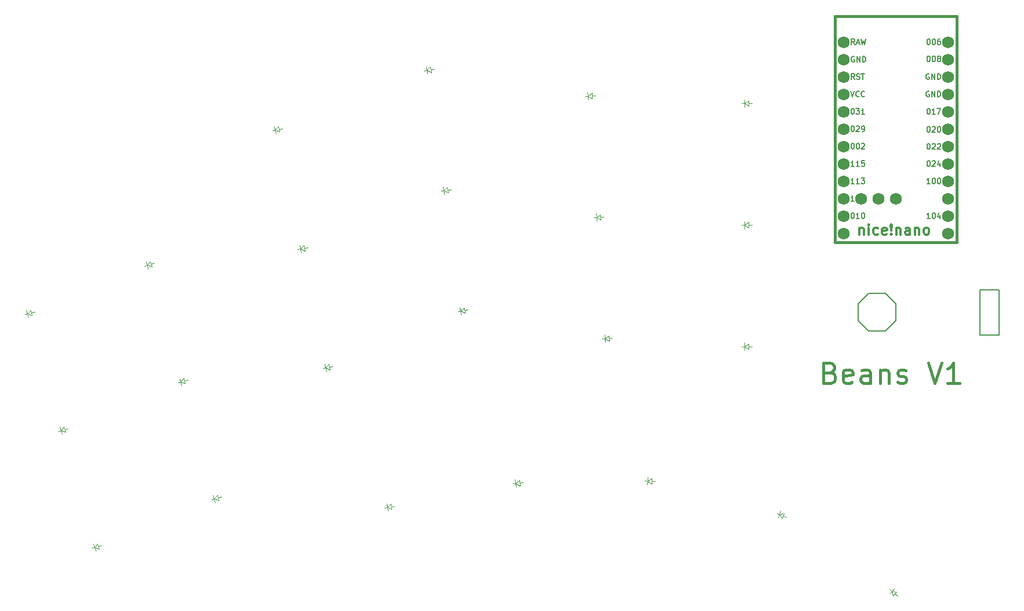
<source format=gbr>
%TF.GenerationSoftware,KiCad,Pcbnew,8.0.4*%
%TF.CreationDate,2024-08-02T12:22:31+01:00*%
%TF.ProjectId,left,6c656674-2e6b-4696-9361-645f70636258,v1.0.0*%
%TF.SameCoordinates,Original*%
%TF.FileFunction,Legend,Top*%
%TF.FilePolarity,Positive*%
%FSLAX46Y46*%
G04 Gerber Fmt 4.6, Leading zero omitted, Abs format (unit mm)*
G04 Created by KiCad (PCBNEW 8.0.4) date 2024-08-02 12:22:31*
%MOMM*%
%LPD*%
G01*
G04 APERTURE LIST*
%ADD10C,0.400000*%
%ADD11C,0.150000*%
%ADD12C,0.300000*%
%ADD13C,0.100000*%
%ADD14C,0.381000*%
%ADD15C,1.752600*%
G04 APERTURE END LIST*
D10*
X239751090Y-144597765D02*
X240179662Y-144740622D01*
X240179662Y-144740622D02*
X240322519Y-144883479D01*
X240322519Y-144883479D02*
X240465376Y-145169194D01*
X240465376Y-145169194D02*
X240465376Y-145597765D01*
X240465376Y-145597765D02*
X240322519Y-145883479D01*
X240322519Y-145883479D02*
X240179662Y-146026337D01*
X240179662Y-146026337D02*
X239893947Y-146169194D01*
X239893947Y-146169194D02*
X238751090Y-146169194D01*
X238751090Y-146169194D02*
X238751090Y-143169194D01*
X238751090Y-143169194D02*
X239751090Y-143169194D01*
X239751090Y-143169194D02*
X240036805Y-143312051D01*
X240036805Y-143312051D02*
X240179662Y-143454908D01*
X240179662Y-143454908D02*
X240322519Y-143740622D01*
X240322519Y-143740622D02*
X240322519Y-144026337D01*
X240322519Y-144026337D02*
X240179662Y-144312051D01*
X240179662Y-144312051D02*
X240036805Y-144454908D01*
X240036805Y-144454908D02*
X239751090Y-144597765D01*
X239751090Y-144597765D02*
X238751090Y-144597765D01*
X242893947Y-146026337D02*
X242608233Y-146169194D01*
X242608233Y-146169194D02*
X242036805Y-146169194D01*
X242036805Y-146169194D02*
X241751090Y-146026337D01*
X241751090Y-146026337D02*
X241608233Y-145740622D01*
X241608233Y-145740622D02*
X241608233Y-144597765D01*
X241608233Y-144597765D02*
X241751090Y-144312051D01*
X241751090Y-144312051D02*
X242036805Y-144169194D01*
X242036805Y-144169194D02*
X242608233Y-144169194D01*
X242608233Y-144169194D02*
X242893947Y-144312051D01*
X242893947Y-144312051D02*
X243036805Y-144597765D01*
X243036805Y-144597765D02*
X243036805Y-144883479D01*
X243036805Y-144883479D02*
X241608233Y-145169194D01*
X245608234Y-146169194D02*
X245608234Y-144597765D01*
X245608234Y-144597765D02*
X245465376Y-144312051D01*
X245465376Y-144312051D02*
X245179662Y-144169194D01*
X245179662Y-144169194D02*
X244608234Y-144169194D01*
X244608234Y-144169194D02*
X244322519Y-144312051D01*
X245608234Y-146026337D02*
X245322519Y-146169194D01*
X245322519Y-146169194D02*
X244608234Y-146169194D01*
X244608234Y-146169194D02*
X244322519Y-146026337D01*
X244322519Y-146026337D02*
X244179662Y-145740622D01*
X244179662Y-145740622D02*
X244179662Y-145454908D01*
X244179662Y-145454908D02*
X244322519Y-145169194D01*
X244322519Y-145169194D02*
X244608234Y-145026337D01*
X244608234Y-145026337D02*
X245322519Y-145026337D01*
X245322519Y-145026337D02*
X245608234Y-144883479D01*
X247036805Y-144169194D02*
X247036805Y-146169194D01*
X247036805Y-144454908D02*
X247179662Y-144312051D01*
X247179662Y-144312051D02*
X247465377Y-144169194D01*
X247465377Y-144169194D02*
X247893948Y-144169194D01*
X247893948Y-144169194D02*
X248179662Y-144312051D01*
X248179662Y-144312051D02*
X248322520Y-144597765D01*
X248322520Y-144597765D02*
X248322520Y-146169194D01*
X249608234Y-146026337D02*
X249893948Y-146169194D01*
X249893948Y-146169194D02*
X250465377Y-146169194D01*
X250465377Y-146169194D02*
X250751091Y-146026337D01*
X250751091Y-146026337D02*
X250893948Y-145740622D01*
X250893948Y-145740622D02*
X250893948Y-145597765D01*
X250893948Y-145597765D02*
X250751091Y-145312051D01*
X250751091Y-145312051D02*
X250465377Y-145169194D01*
X250465377Y-145169194D02*
X250036806Y-145169194D01*
X250036806Y-145169194D02*
X249751091Y-145026337D01*
X249751091Y-145026337D02*
X249608234Y-144740622D01*
X249608234Y-144740622D02*
X249608234Y-144597765D01*
X249608234Y-144597765D02*
X249751091Y-144312051D01*
X249751091Y-144312051D02*
X250036806Y-144169194D01*
X250036806Y-144169194D02*
X250465377Y-144169194D01*
X250465377Y-144169194D02*
X250751091Y-144312051D01*
X254036805Y-143169194D02*
X255036805Y-146169194D01*
X255036805Y-146169194D02*
X256036805Y-143169194D01*
X258608234Y-146169194D02*
X256893948Y-146169194D01*
X257751091Y-146169194D02*
X257751091Y-143169194D01*
X257751091Y-143169194D02*
X257465377Y-143597765D01*
X257465377Y-143597765D02*
X257179662Y-143883479D01*
X257179662Y-143883479D02*
X256893948Y-144026337D01*
D11*
X243297561Y-96694432D02*
X243030894Y-96313479D01*
X242840418Y-96694432D02*
X242840418Y-95894432D01*
X242840418Y-95894432D02*
X243145180Y-95894432D01*
X243145180Y-95894432D02*
X243221370Y-95932527D01*
X243221370Y-95932527D02*
X243259465Y-95970622D01*
X243259465Y-95970622D02*
X243297561Y-96046813D01*
X243297561Y-96046813D02*
X243297561Y-96161098D01*
X243297561Y-96161098D02*
X243259465Y-96237289D01*
X243259465Y-96237289D02*
X243221370Y-96275384D01*
X243221370Y-96275384D02*
X243145180Y-96313479D01*
X243145180Y-96313479D02*
X242840418Y-96313479D01*
X243602322Y-96465860D02*
X243983275Y-96465860D01*
X243526132Y-96694432D02*
X243792799Y-95894432D01*
X243792799Y-95894432D02*
X244059465Y-96694432D01*
X244249941Y-95894432D02*
X244440417Y-96694432D01*
X244440417Y-96694432D02*
X244592798Y-96123003D01*
X244592798Y-96123003D02*
X244745179Y-96694432D01*
X244745179Y-96694432D02*
X244935656Y-95894432D01*
X243259466Y-98472523D02*
X243183276Y-98434428D01*
X243183276Y-98434428D02*
X243068990Y-98434428D01*
X243068990Y-98434428D02*
X242954704Y-98472523D01*
X242954704Y-98472523D02*
X242878514Y-98548713D01*
X242878514Y-98548713D02*
X242840419Y-98624904D01*
X242840419Y-98624904D02*
X242802323Y-98777285D01*
X242802323Y-98777285D02*
X242802323Y-98891571D01*
X242802323Y-98891571D02*
X242840419Y-99043952D01*
X242840419Y-99043952D02*
X242878514Y-99120142D01*
X242878514Y-99120142D02*
X242954704Y-99196333D01*
X242954704Y-99196333D02*
X243068990Y-99234428D01*
X243068990Y-99234428D02*
X243145181Y-99234428D01*
X243145181Y-99234428D02*
X243259466Y-99196333D01*
X243259466Y-99196333D02*
X243297562Y-99158237D01*
X243297562Y-99158237D02*
X243297562Y-98891571D01*
X243297562Y-98891571D02*
X243145181Y-98891571D01*
X243640419Y-99234428D02*
X243640419Y-98434428D01*
X243640419Y-98434428D02*
X244097562Y-99234428D01*
X244097562Y-99234428D02*
X244097562Y-98434428D01*
X244478514Y-99234428D02*
X244478514Y-98434428D01*
X244478514Y-98434428D02*
X244668990Y-98434428D01*
X244668990Y-98434428D02*
X244783276Y-98472523D01*
X244783276Y-98472523D02*
X244859466Y-98548713D01*
X244859466Y-98548713D02*
X244897561Y-98624904D01*
X244897561Y-98624904D02*
X244935657Y-98777285D01*
X244935657Y-98777285D02*
X244935657Y-98891571D01*
X244935657Y-98891571D02*
X244897561Y-99043952D01*
X244897561Y-99043952D02*
X244859466Y-99120142D01*
X244859466Y-99120142D02*
X244783276Y-99196333D01*
X244783276Y-99196333D02*
X244668990Y-99234428D01*
X244668990Y-99234428D02*
X244478514Y-99234428D01*
X243297559Y-101774429D02*
X243030892Y-101393476D01*
X242840416Y-101774429D02*
X242840416Y-100974429D01*
X242840416Y-100974429D02*
X243145178Y-100974429D01*
X243145178Y-100974429D02*
X243221368Y-101012524D01*
X243221368Y-101012524D02*
X243259463Y-101050619D01*
X243259463Y-101050619D02*
X243297559Y-101126810D01*
X243297559Y-101126810D02*
X243297559Y-101241095D01*
X243297559Y-101241095D02*
X243259463Y-101317286D01*
X243259463Y-101317286D02*
X243221368Y-101355381D01*
X243221368Y-101355381D02*
X243145178Y-101393476D01*
X243145178Y-101393476D02*
X242840416Y-101393476D01*
X243602320Y-101736334D02*
X243716606Y-101774429D01*
X243716606Y-101774429D02*
X243907082Y-101774429D01*
X243907082Y-101774429D02*
X243983273Y-101736334D01*
X243983273Y-101736334D02*
X244021368Y-101698238D01*
X244021368Y-101698238D02*
X244059463Y-101622048D01*
X244059463Y-101622048D02*
X244059463Y-101545857D01*
X244059463Y-101545857D02*
X244021368Y-101469667D01*
X244021368Y-101469667D02*
X243983273Y-101431572D01*
X243983273Y-101431572D02*
X243907082Y-101393476D01*
X243907082Y-101393476D02*
X243754701Y-101355381D01*
X243754701Y-101355381D02*
X243678511Y-101317286D01*
X243678511Y-101317286D02*
X243640416Y-101279191D01*
X243640416Y-101279191D02*
X243602320Y-101203000D01*
X243602320Y-101203000D02*
X243602320Y-101126810D01*
X243602320Y-101126810D02*
X243640416Y-101050619D01*
X243640416Y-101050619D02*
X243678511Y-101012524D01*
X243678511Y-101012524D02*
X243754701Y-100974429D01*
X243754701Y-100974429D02*
X243945178Y-100974429D01*
X243945178Y-100974429D02*
X244059463Y-101012524D01*
X244288035Y-100974429D02*
X244745178Y-100974429D01*
X244516606Y-101774429D02*
X244516606Y-100974429D01*
X242719797Y-103514429D02*
X242986464Y-104314429D01*
X242986464Y-104314429D02*
X243253130Y-103514429D01*
X243976940Y-104238238D02*
X243938844Y-104276334D01*
X243938844Y-104276334D02*
X243824559Y-104314429D01*
X243824559Y-104314429D02*
X243748368Y-104314429D01*
X243748368Y-104314429D02*
X243634082Y-104276334D01*
X243634082Y-104276334D02*
X243557892Y-104200143D01*
X243557892Y-104200143D02*
X243519797Y-104123953D01*
X243519797Y-104123953D02*
X243481701Y-103971572D01*
X243481701Y-103971572D02*
X243481701Y-103857286D01*
X243481701Y-103857286D02*
X243519797Y-103704905D01*
X243519797Y-103704905D02*
X243557892Y-103628714D01*
X243557892Y-103628714D02*
X243634082Y-103552524D01*
X243634082Y-103552524D02*
X243748368Y-103514429D01*
X243748368Y-103514429D02*
X243824559Y-103514429D01*
X243824559Y-103514429D02*
X243938844Y-103552524D01*
X243938844Y-103552524D02*
X243976940Y-103590619D01*
X244776940Y-104238238D02*
X244738844Y-104276334D01*
X244738844Y-104276334D02*
X244624559Y-104314429D01*
X244624559Y-104314429D02*
X244548368Y-104314429D01*
X244548368Y-104314429D02*
X244434082Y-104276334D01*
X244434082Y-104276334D02*
X244357892Y-104200143D01*
X244357892Y-104200143D02*
X244319797Y-104123953D01*
X244319797Y-104123953D02*
X244281701Y-103971572D01*
X244281701Y-103971572D02*
X244281701Y-103857286D01*
X244281701Y-103857286D02*
X244319797Y-103704905D01*
X244319797Y-103704905D02*
X244357892Y-103628714D01*
X244357892Y-103628714D02*
X244434082Y-103552524D01*
X244434082Y-103552524D02*
X244548368Y-103514429D01*
X244548368Y-103514429D02*
X244624559Y-103514429D01*
X244624559Y-103514429D02*
X244738844Y-103552524D01*
X244738844Y-103552524D02*
X244776940Y-103590619D01*
X242986466Y-106054427D02*
X243062656Y-106054427D01*
X243062656Y-106054427D02*
X243138847Y-106092522D01*
X243138847Y-106092522D02*
X243176942Y-106130617D01*
X243176942Y-106130617D02*
X243215037Y-106206808D01*
X243215037Y-106206808D02*
X243253132Y-106359189D01*
X243253132Y-106359189D02*
X243253132Y-106549665D01*
X243253132Y-106549665D02*
X243215037Y-106702046D01*
X243215037Y-106702046D02*
X243176942Y-106778236D01*
X243176942Y-106778236D02*
X243138847Y-106816332D01*
X243138847Y-106816332D02*
X243062656Y-106854427D01*
X243062656Y-106854427D02*
X242986466Y-106854427D01*
X242986466Y-106854427D02*
X242910275Y-106816332D01*
X242910275Y-106816332D02*
X242872180Y-106778236D01*
X242872180Y-106778236D02*
X242834085Y-106702046D01*
X242834085Y-106702046D02*
X242795989Y-106549665D01*
X242795989Y-106549665D02*
X242795989Y-106359189D01*
X242795989Y-106359189D02*
X242834085Y-106206808D01*
X242834085Y-106206808D02*
X242872180Y-106130617D01*
X242872180Y-106130617D02*
X242910275Y-106092522D01*
X242910275Y-106092522D02*
X242986466Y-106054427D01*
X243519799Y-106054427D02*
X244015037Y-106054427D01*
X244015037Y-106054427D02*
X243748371Y-106359189D01*
X243748371Y-106359189D02*
X243862656Y-106359189D01*
X243862656Y-106359189D02*
X243938847Y-106397284D01*
X243938847Y-106397284D02*
X243976942Y-106435379D01*
X243976942Y-106435379D02*
X244015037Y-106511570D01*
X244015037Y-106511570D02*
X244015037Y-106702046D01*
X244015037Y-106702046D02*
X243976942Y-106778236D01*
X243976942Y-106778236D02*
X243938847Y-106816332D01*
X243938847Y-106816332D02*
X243862656Y-106854427D01*
X243862656Y-106854427D02*
X243634085Y-106854427D01*
X243634085Y-106854427D02*
X243557894Y-106816332D01*
X243557894Y-106816332D02*
X243519799Y-106778236D01*
X244776942Y-106854427D02*
X244319799Y-106854427D01*
X244548371Y-106854427D02*
X244548371Y-106054427D01*
X244548371Y-106054427D02*
X244472180Y-106168712D01*
X244472180Y-106168712D02*
X244395990Y-106244903D01*
X244395990Y-106244903D02*
X244319799Y-106282998D01*
X242986466Y-108594434D02*
X243062656Y-108594434D01*
X243062656Y-108594434D02*
X243138847Y-108632529D01*
X243138847Y-108632529D02*
X243176942Y-108670624D01*
X243176942Y-108670624D02*
X243215037Y-108746815D01*
X243215037Y-108746815D02*
X243253132Y-108899196D01*
X243253132Y-108899196D02*
X243253132Y-109089672D01*
X243253132Y-109089672D02*
X243215037Y-109242053D01*
X243215037Y-109242053D02*
X243176942Y-109318243D01*
X243176942Y-109318243D02*
X243138847Y-109356339D01*
X243138847Y-109356339D02*
X243062656Y-109394434D01*
X243062656Y-109394434D02*
X242986466Y-109394434D01*
X242986466Y-109394434D02*
X242910275Y-109356339D01*
X242910275Y-109356339D02*
X242872180Y-109318243D01*
X242872180Y-109318243D02*
X242834085Y-109242053D01*
X242834085Y-109242053D02*
X242795989Y-109089672D01*
X242795989Y-109089672D02*
X242795989Y-108899196D01*
X242795989Y-108899196D02*
X242834085Y-108746815D01*
X242834085Y-108746815D02*
X242872180Y-108670624D01*
X242872180Y-108670624D02*
X242910275Y-108632529D01*
X242910275Y-108632529D02*
X242986466Y-108594434D01*
X243557894Y-108670624D02*
X243595990Y-108632529D01*
X243595990Y-108632529D02*
X243672180Y-108594434D01*
X243672180Y-108594434D02*
X243862656Y-108594434D01*
X243862656Y-108594434D02*
X243938847Y-108632529D01*
X243938847Y-108632529D02*
X243976942Y-108670624D01*
X243976942Y-108670624D02*
X244015037Y-108746815D01*
X244015037Y-108746815D02*
X244015037Y-108823005D01*
X244015037Y-108823005D02*
X243976942Y-108937291D01*
X243976942Y-108937291D02*
X243519799Y-109394434D01*
X243519799Y-109394434D02*
X244015037Y-109394434D01*
X244395990Y-109394434D02*
X244548371Y-109394434D01*
X244548371Y-109394434D02*
X244624561Y-109356339D01*
X244624561Y-109356339D02*
X244662657Y-109318243D01*
X244662657Y-109318243D02*
X244738847Y-109203958D01*
X244738847Y-109203958D02*
X244776942Y-109051577D01*
X244776942Y-109051577D02*
X244776942Y-108746815D01*
X244776942Y-108746815D02*
X244738847Y-108670624D01*
X244738847Y-108670624D02*
X244700752Y-108632529D01*
X244700752Y-108632529D02*
X244624561Y-108594434D01*
X244624561Y-108594434D02*
X244472180Y-108594434D01*
X244472180Y-108594434D02*
X244395990Y-108632529D01*
X244395990Y-108632529D02*
X244357895Y-108670624D01*
X244357895Y-108670624D02*
X244319799Y-108746815D01*
X244319799Y-108746815D02*
X244319799Y-108937291D01*
X244319799Y-108937291D02*
X244357895Y-109013481D01*
X244357895Y-109013481D02*
X244395990Y-109051577D01*
X244395990Y-109051577D02*
X244472180Y-109089672D01*
X244472180Y-109089672D02*
X244624561Y-109089672D01*
X244624561Y-109089672D02*
X244700752Y-109051577D01*
X244700752Y-109051577D02*
X244738847Y-109013481D01*
X244738847Y-109013481D02*
X244776942Y-108937291D01*
X242986463Y-111134430D02*
X243062653Y-111134430D01*
X243062653Y-111134430D02*
X243138844Y-111172525D01*
X243138844Y-111172525D02*
X243176939Y-111210620D01*
X243176939Y-111210620D02*
X243215034Y-111286811D01*
X243215034Y-111286811D02*
X243253129Y-111439192D01*
X243253129Y-111439192D02*
X243253129Y-111629668D01*
X243253129Y-111629668D02*
X243215034Y-111782049D01*
X243215034Y-111782049D02*
X243176939Y-111858239D01*
X243176939Y-111858239D02*
X243138844Y-111896335D01*
X243138844Y-111896335D02*
X243062653Y-111934430D01*
X243062653Y-111934430D02*
X242986463Y-111934430D01*
X242986463Y-111934430D02*
X242910272Y-111896335D01*
X242910272Y-111896335D02*
X242872177Y-111858239D01*
X242872177Y-111858239D02*
X242834082Y-111782049D01*
X242834082Y-111782049D02*
X242795986Y-111629668D01*
X242795986Y-111629668D02*
X242795986Y-111439192D01*
X242795986Y-111439192D02*
X242834082Y-111286811D01*
X242834082Y-111286811D02*
X242872177Y-111210620D01*
X242872177Y-111210620D02*
X242910272Y-111172525D01*
X242910272Y-111172525D02*
X242986463Y-111134430D01*
X243748368Y-111134430D02*
X243824558Y-111134430D01*
X243824558Y-111134430D02*
X243900749Y-111172525D01*
X243900749Y-111172525D02*
X243938844Y-111210620D01*
X243938844Y-111210620D02*
X243976939Y-111286811D01*
X243976939Y-111286811D02*
X244015034Y-111439192D01*
X244015034Y-111439192D02*
X244015034Y-111629668D01*
X244015034Y-111629668D02*
X243976939Y-111782049D01*
X243976939Y-111782049D02*
X243938844Y-111858239D01*
X243938844Y-111858239D02*
X243900749Y-111896335D01*
X243900749Y-111896335D02*
X243824558Y-111934430D01*
X243824558Y-111934430D02*
X243748368Y-111934430D01*
X243748368Y-111934430D02*
X243672177Y-111896335D01*
X243672177Y-111896335D02*
X243634082Y-111858239D01*
X243634082Y-111858239D02*
X243595987Y-111782049D01*
X243595987Y-111782049D02*
X243557891Y-111629668D01*
X243557891Y-111629668D02*
X243557891Y-111439192D01*
X243557891Y-111439192D02*
X243595987Y-111286811D01*
X243595987Y-111286811D02*
X243634082Y-111210620D01*
X243634082Y-111210620D02*
X243672177Y-111172525D01*
X243672177Y-111172525D02*
X243748368Y-111134430D01*
X244319796Y-111210620D02*
X244357892Y-111172525D01*
X244357892Y-111172525D02*
X244434082Y-111134430D01*
X244434082Y-111134430D02*
X244624558Y-111134430D01*
X244624558Y-111134430D02*
X244700749Y-111172525D01*
X244700749Y-111172525D02*
X244738844Y-111210620D01*
X244738844Y-111210620D02*
X244776939Y-111286811D01*
X244776939Y-111286811D02*
X244776939Y-111363001D01*
X244776939Y-111363001D02*
X244738844Y-111477287D01*
X244738844Y-111477287D02*
X244281701Y-111934430D01*
X244281701Y-111934430D02*
X244776939Y-111934430D01*
X243253131Y-114474429D02*
X242795988Y-114474429D01*
X243024560Y-114474429D02*
X243024560Y-113674429D01*
X243024560Y-113674429D02*
X242948369Y-113788714D01*
X242948369Y-113788714D02*
X242872179Y-113864905D01*
X242872179Y-113864905D02*
X242795988Y-113903000D01*
X244015036Y-114474429D02*
X243557893Y-114474429D01*
X243786465Y-114474429D02*
X243786465Y-113674429D01*
X243786465Y-113674429D02*
X243710274Y-113788714D01*
X243710274Y-113788714D02*
X243634084Y-113864905D01*
X243634084Y-113864905D02*
X243557893Y-113903000D01*
X244738846Y-113674429D02*
X244357894Y-113674429D01*
X244357894Y-113674429D02*
X244319798Y-114055381D01*
X244319798Y-114055381D02*
X244357894Y-114017286D01*
X244357894Y-114017286D02*
X244434084Y-113979191D01*
X244434084Y-113979191D02*
X244624560Y-113979191D01*
X244624560Y-113979191D02*
X244700751Y-114017286D01*
X244700751Y-114017286D02*
X244738846Y-114055381D01*
X244738846Y-114055381D02*
X244776941Y-114131572D01*
X244776941Y-114131572D02*
X244776941Y-114322048D01*
X244776941Y-114322048D02*
X244738846Y-114398238D01*
X244738846Y-114398238D02*
X244700751Y-114436334D01*
X244700751Y-114436334D02*
X244624560Y-114474429D01*
X244624560Y-114474429D02*
X244434084Y-114474429D01*
X244434084Y-114474429D02*
X244357894Y-114436334D01*
X244357894Y-114436334D02*
X244319798Y-114398238D01*
X243253131Y-117014428D02*
X242795988Y-117014428D01*
X243024560Y-117014428D02*
X243024560Y-116214428D01*
X243024560Y-116214428D02*
X242948369Y-116328713D01*
X242948369Y-116328713D02*
X242872179Y-116404904D01*
X242872179Y-116404904D02*
X242795988Y-116442999D01*
X244015036Y-117014428D02*
X243557893Y-117014428D01*
X243786465Y-117014428D02*
X243786465Y-116214428D01*
X243786465Y-116214428D02*
X243710274Y-116328713D01*
X243710274Y-116328713D02*
X243634084Y-116404904D01*
X243634084Y-116404904D02*
X243557893Y-116442999D01*
X244281703Y-116214428D02*
X244776941Y-116214428D01*
X244776941Y-116214428D02*
X244510275Y-116519190D01*
X244510275Y-116519190D02*
X244624560Y-116519190D01*
X244624560Y-116519190D02*
X244700751Y-116557285D01*
X244700751Y-116557285D02*
X244738846Y-116595380D01*
X244738846Y-116595380D02*
X244776941Y-116671571D01*
X244776941Y-116671571D02*
X244776941Y-116862047D01*
X244776941Y-116862047D02*
X244738846Y-116938237D01*
X244738846Y-116938237D02*
X244700751Y-116976333D01*
X244700751Y-116976333D02*
X244624560Y-117014428D01*
X244624560Y-117014428D02*
X244395989Y-117014428D01*
X244395989Y-117014428D02*
X244319798Y-116976333D01*
X244319798Y-116976333D02*
X244281703Y-116938237D01*
X243253130Y-119554428D02*
X242795987Y-119554428D01*
X243024559Y-119554428D02*
X243024559Y-118754428D01*
X243024559Y-118754428D02*
X242948368Y-118868713D01*
X242948368Y-118868713D02*
X242872178Y-118944904D01*
X242872178Y-118944904D02*
X242795987Y-118982999D01*
X244015035Y-119554428D02*
X243557892Y-119554428D01*
X243786464Y-119554428D02*
X243786464Y-118754428D01*
X243786464Y-118754428D02*
X243710273Y-118868713D01*
X243710273Y-118868713D02*
X243634083Y-118944904D01*
X243634083Y-118944904D02*
X243557892Y-118982999D01*
X244776940Y-119554428D02*
X244319797Y-119554428D01*
X244548369Y-119554428D02*
X244548369Y-118754428D01*
X244548369Y-118754428D02*
X244472178Y-118868713D01*
X244472178Y-118868713D02*
X244395988Y-118944904D01*
X244395988Y-118944904D02*
X244319797Y-118982999D01*
X242986466Y-121294428D02*
X243062656Y-121294428D01*
X243062656Y-121294428D02*
X243138847Y-121332523D01*
X243138847Y-121332523D02*
X243176942Y-121370618D01*
X243176942Y-121370618D02*
X243215037Y-121446809D01*
X243215037Y-121446809D02*
X243253132Y-121599190D01*
X243253132Y-121599190D02*
X243253132Y-121789666D01*
X243253132Y-121789666D02*
X243215037Y-121942047D01*
X243215037Y-121942047D02*
X243176942Y-122018237D01*
X243176942Y-122018237D02*
X243138847Y-122056333D01*
X243138847Y-122056333D02*
X243062656Y-122094428D01*
X243062656Y-122094428D02*
X242986466Y-122094428D01*
X242986466Y-122094428D02*
X242910275Y-122056333D01*
X242910275Y-122056333D02*
X242872180Y-122018237D01*
X242872180Y-122018237D02*
X242834085Y-121942047D01*
X242834085Y-121942047D02*
X242795989Y-121789666D01*
X242795989Y-121789666D02*
X242795989Y-121599190D01*
X242795989Y-121599190D02*
X242834085Y-121446809D01*
X242834085Y-121446809D02*
X242872180Y-121370618D01*
X242872180Y-121370618D02*
X242910275Y-121332523D01*
X242910275Y-121332523D02*
X242986466Y-121294428D01*
X244015037Y-122094428D02*
X243557894Y-122094428D01*
X243786466Y-122094428D02*
X243786466Y-121294428D01*
X243786466Y-121294428D02*
X243710275Y-121408713D01*
X243710275Y-121408713D02*
X243634085Y-121484904D01*
X243634085Y-121484904D02*
X243557894Y-121522999D01*
X244510276Y-121294428D02*
X244586466Y-121294428D01*
X244586466Y-121294428D02*
X244662657Y-121332523D01*
X244662657Y-121332523D02*
X244700752Y-121370618D01*
X244700752Y-121370618D02*
X244738847Y-121446809D01*
X244738847Y-121446809D02*
X244776942Y-121599190D01*
X244776942Y-121599190D02*
X244776942Y-121789666D01*
X244776942Y-121789666D02*
X244738847Y-121942047D01*
X244738847Y-121942047D02*
X244700752Y-122018237D01*
X244700752Y-122018237D02*
X244662657Y-122056333D01*
X244662657Y-122056333D02*
X244586466Y-122094428D01*
X244586466Y-122094428D02*
X244510276Y-122094428D01*
X244510276Y-122094428D02*
X244434085Y-122056333D01*
X244434085Y-122056333D02*
X244395990Y-122018237D01*
X244395990Y-122018237D02*
X244357895Y-121942047D01*
X244357895Y-121942047D02*
X244319799Y-121789666D01*
X244319799Y-121789666D02*
X244319799Y-121599190D01*
X244319799Y-121599190D02*
X244357895Y-121446809D01*
X244357895Y-121446809D02*
X244395990Y-121370618D01*
X244395990Y-121370618D02*
X244434085Y-121332523D01*
X244434085Y-121332523D02*
X244510276Y-121294428D01*
X254060846Y-95894428D02*
X254137036Y-95894428D01*
X254137036Y-95894428D02*
X254213227Y-95932523D01*
X254213227Y-95932523D02*
X254251322Y-95970618D01*
X254251322Y-95970618D02*
X254289417Y-96046809D01*
X254289417Y-96046809D02*
X254327512Y-96199190D01*
X254327512Y-96199190D02*
X254327512Y-96389666D01*
X254327512Y-96389666D02*
X254289417Y-96542047D01*
X254289417Y-96542047D02*
X254251322Y-96618237D01*
X254251322Y-96618237D02*
X254213227Y-96656333D01*
X254213227Y-96656333D02*
X254137036Y-96694428D01*
X254137036Y-96694428D02*
X254060846Y-96694428D01*
X254060846Y-96694428D02*
X253984655Y-96656333D01*
X253984655Y-96656333D02*
X253946560Y-96618237D01*
X253946560Y-96618237D02*
X253908465Y-96542047D01*
X253908465Y-96542047D02*
X253870369Y-96389666D01*
X253870369Y-96389666D02*
X253870369Y-96199190D01*
X253870369Y-96199190D02*
X253908465Y-96046809D01*
X253908465Y-96046809D02*
X253946560Y-95970618D01*
X253946560Y-95970618D02*
X253984655Y-95932523D01*
X253984655Y-95932523D02*
X254060846Y-95894428D01*
X254822751Y-95894428D02*
X254898941Y-95894428D01*
X254898941Y-95894428D02*
X254975132Y-95932523D01*
X254975132Y-95932523D02*
X255013227Y-95970618D01*
X255013227Y-95970618D02*
X255051322Y-96046809D01*
X255051322Y-96046809D02*
X255089417Y-96199190D01*
X255089417Y-96199190D02*
X255089417Y-96389666D01*
X255089417Y-96389666D02*
X255051322Y-96542047D01*
X255051322Y-96542047D02*
X255013227Y-96618237D01*
X255013227Y-96618237D02*
X254975132Y-96656333D01*
X254975132Y-96656333D02*
X254898941Y-96694428D01*
X254898941Y-96694428D02*
X254822751Y-96694428D01*
X254822751Y-96694428D02*
X254746560Y-96656333D01*
X254746560Y-96656333D02*
X254708465Y-96618237D01*
X254708465Y-96618237D02*
X254670370Y-96542047D01*
X254670370Y-96542047D02*
X254632274Y-96389666D01*
X254632274Y-96389666D02*
X254632274Y-96199190D01*
X254632274Y-96199190D02*
X254670370Y-96046809D01*
X254670370Y-96046809D02*
X254708465Y-95970618D01*
X254708465Y-95970618D02*
X254746560Y-95932523D01*
X254746560Y-95932523D02*
X254822751Y-95894428D01*
X255775132Y-95894428D02*
X255622751Y-95894428D01*
X255622751Y-95894428D02*
X255546560Y-95932523D01*
X255546560Y-95932523D02*
X255508465Y-95970618D01*
X255508465Y-95970618D02*
X255432275Y-96084904D01*
X255432275Y-96084904D02*
X255394179Y-96237285D01*
X255394179Y-96237285D02*
X255394179Y-96542047D01*
X255394179Y-96542047D02*
X255432275Y-96618237D01*
X255432275Y-96618237D02*
X255470370Y-96656333D01*
X255470370Y-96656333D02*
X255546560Y-96694428D01*
X255546560Y-96694428D02*
X255698941Y-96694428D01*
X255698941Y-96694428D02*
X255775132Y-96656333D01*
X255775132Y-96656333D02*
X255813227Y-96618237D01*
X255813227Y-96618237D02*
X255851322Y-96542047D01*
X255851322Y-96542047D02*
X255851322Y-96351571D01*
X255851322Y-96351571D02*
X255813227Y-96275380D01*
X255813227Y-96275380D02*
X255775132Y-96237285D01*
X255775132Y-96237285D02*
X255698941Y-96199190D01*
X255698941Y-96199190D02*
X255546560Y-96199190D01*
X255546560Y-96199190D02*
X255470370Y-96237285D01*
X255470370Y-96237285D02*
X255432275Y-96275380D01*
X255432275Y-96275380D02*
X255394179Y-96351571D01*
X254060848Y-98364429D02*
X254137038Y-98364429D01*
X254137038Y-98364429D02*
X254213229Y-98402524D01*
X254213229Y-98402524D02*
X254251324Y-98440619D01*
X254251324Y-98440619D02*
X254289419Y-98516810D01*
X254289419Y-98516810D02*
X254327514Y-98669191D01*
X254327514Y-98669191D02*
X254327514Y-98859667D01*
X254327514Y-98859667D02*
X254289419Y-99012048D01*
X254289419Y-99012048D02*
X254251324Y-99088238D01*
X254251324Y-99088238D02*
X254213229Y-99126334D01*
X254213229Y-99126334D02*
X254137038Y-99164429D01*
X254137038Y-99164429D02*
X254060848Y-99164429D01*
X254060848Y-99164429D02*
X253984657Y-99126334D01*
X253984657Y-99126334D02*
X253946562Y-99088238D01*
X253946562Y-99088238D02*
X253908467Y-99012048D01*
X253908467Y-99012048D02*
X253870371Y-98859667D01*
X253870371Y-98859667D02*
X253870371Y-98669191D01*
X253870371Y-98669191D02*
X253908467Y-98516810D01*
X253908467Y-98516810D02*
X253946562Y-98440619D01*
X253946562Y-98440619D02*
X253984657Y-98402524D01*
X253984657Y-98402524D02*
X254060848Y-98364429D01*
X254822753Y-98364429D02*
X254898943Y-98364429D01*
X254898943Y-98364429D02*
X254975134Y-98402524D01*
X254975134Y-98402524D02*
X255013229Y-98440619D01*
X255013229Y-98440619D02*
X255051324Y-98516810D01*
X255051324Y-98516810D02*
X255089419Y-98669191D01*
X255089419Y-98669191D02*
X255089419Y-98859667D01*
X255089419Y-98859667D02*
X255051324Y-99012048D01*
X255051324Y-99012048D02*
X255013229Y-99088238D01*
X255013229Y-99088238D02*
X254975134Y-99126334D01*
X254975134Y-99126334D02*
X254898943Y-99164429D01*
X254898943Y-99164429D02*
X254822753Y-99164429D01*
X254822753Y-99164429D02*
X254746562Y-99126334D01*
X254746562Y-99126334D02*
X254708467Y-99088238D01*
X254708467Y-99088238D02*
X254670372Y-99012048D01*
X254670372Y-99012048D02*
X254632276Y-98859667D01*
X254632276Y-98859667D02*
X254632276Y-98669191D01*
X254632276Y-98669191D02*
X254670372Y-98516810D01*
X254670372Y-98516810D02*
X254708467Y-98440619D01*
X254708467Y-98440619D02*
X254746562Y-98402524D01*
X254746562Y-98402524D02*
X254822753Y-98364429D01*
X255546562Y-98707286D02*
X255470372Y-98669191D01*
X255470372Y-98669191D02*
X255432277Y-98631095D01*
X255432277Y-98631095D02*
X255394181Y-98554905D01*
X255394181Y-98554905D02*
X255394181Y-98516810D01*
X255394181Y-98516810D02*
X255432277Y-98440619D01*
X255432277Y-98440619D02*
X255470372Y-98402524D01*
X255470372Y-98402524D02*
X255546562Y-98364429D01*
X255546562Y-98364429D02*
X255698943Y-98364429D01*
X255698943Y-98364429D02*
X255775134Y-98402524D01*
X255775134Y-98402524D02*
X255813229Y-98440619D01*
X255813229Y-98440619D02*
X255851324Y-98516810D01*
X255851324Y-98516810D02*
X255851324Y-98554905D01*
X255851324Y-98554905D02*
X255813229Y-98631095D01*
X255813229Y-98631095D02*
X255775134Y-98669191D01*
X255775134Y-98669191D02*
X255698943Y-98707286D01*
X255698943Y-98707286D02*
X255546562Y-98707286D01*
X255546562Y-98707286D02*
X255470372Y-98745381D01*
X255470372Y-98745381D02*
X255432277Y-98783476D01*
X255432277Y-98783476D02*
X255394181Y-98859667D01*
X255394181Y-98859667D02*
X255394181Y-99012048D01*
X255394181Y-99012048D02*
X255432277Y-99088238D01*
X255432277Y-99088238D02*
X255470372Y-99126334D01*
X255470372Y-99126334D02*
X255546562Y-99164429D01*
X255546562Y-99164429D02*
X255698943Y-99164429D01*
X255698943Y-99164429D02*
X255775134Y-99126334D01*
X255775134Y-99126334D02*
X255813229Y-99088238D01*
X255813229Y-99088238D02*
X255851324Y-99012048D01*
X255851324Y-99012048D02*
X255851324Y-98859667D01*
X255851324Y-98859667D02*
X255813229Y-98783476D01*
X255813229Y-98783476D02*
X255775134Y-98745381D01*
X255775134Y-98745381D02*
X255698943Y-98707286D01*
X254175131Y-101012525D02*
X254098941Y-100974430D01*
X254098941Y-100974430D02*
X253984655Y-100974430D01*
X253984655Y-100974430D02*
X253870369Y-101012525D01*
X253870369Y-101012525D02*
X253794179Y-101088715D01*
X253794179Y-101088715D02*
X253756084Y-101164906D01*
X253756084Y-101164906D02*
X253717988Y-101317287D01*
X253717988Y-101317287D02*
X253717988Y-101431573D01*
X253717988Y-101431573D02*
X253756084Y-101583954D01*
X253756084Y-101583954D02*
X253794179Y-101660144D01*
X253794179Y-101660144D02*
X253870369Y-101736335D01*
X253870369Y-101736335D02*
X253984655Y-101774430D01*
X253984655Y-101774430D02*
X254060846Y-101774430D01*
X254060846Y-101774430D02*
X254175131Y-101736335D01*
X254175131Y-101736335D02*
X254213227Y-101698239D01*
X254213227Y-101698239D02*
X254213227Y-101431573D01*
X254213227Y-101431573D02*
X254060846Y-101431573D01*
X254556084Y-101774430D02*
X254556084Y-100974430D01*
X254556084Y-100974430D02*
X255013227Y-101774430D01*
X255013227Y-101774430D02*
X255013227Y-100974430D01*
X255394179Y-101774430D02*
X255394179Y-100974430D01*
X255394179Y-100974430D02*
X255584655Y-100974430D01*
X255584655Y-100974430D02*
X255698941Y-101012525D01*
X255698941Y-101012525D02*
X255775131Y-101088715D01*
X255775131Y-101088715D02*
X255813226Y-101164906D01*
X255813226Y-101164906D02*
X255851322Y-101317287D01*
X255851322Y-101317287D02*
X255851322Y-101431573D01*
X255851322Y-101431573D02*
X255813226Y-101583954D01*
X255813226Y-101583954D02*
X255775131Y-101660144D01*
X255775131Y-101660144D02*
X255698941Y-101736335D01*
X255698941Y-101736335D02*
X255584655Y-101774430D01*
X255584655Y-101774430D02*
X255394179Y-101774430D01*
X254175131Y-103552523D02*
X254098941Y-103514428D01*
X254098941Y-103514428D02*
X253984655Y-103514428D01*
X253984655Y-103514428D02*
X253870369Y-103552523D01*
X253870369Y-103552523D02*
X253794179Y-103628713D01*
X253794179Y-103628713D02*
X253756084Y-103704904D01*
X253756084Y-103704904D02*
X253717988Y-103857285D01*
X253717988Y-103857285D02*
X253717988Y-103971571D01*
X253717988Y-103971571D02*
X253756084Y-104123952D01*
X253756084Y-104123952D02*
X253794179Y-104200142D01*
X253794179Y-104200142D02*
X253870369Y-104276333D01*
X253870369Y-104276333D02*
X253984655Y-104314428D01*
X253984655Y-104314428D02*
X254060846Y-104314428D01*
X254060846Y-104314428D02*
X254175131Y-104276333D01*
X254175131Y-104276333D02*
X254213227Y-104238237D01*
X254213227Y-104238237D02*
X254213227Y-103971571D01*
X254213227Y-103971571D02*
X254060846Y-103971571D01*
X254556084Y-104314428D02*
X254556084Y-103514428D01*
X254556084Y-103514428D02*
X255013227Y-104314428D01*
X255013227Y-104314428D02*
X255013227Y-103514428D01*
X255394179Y-104314428D02*
X255394179Y-103514428D01*
X255394179Y-103514428D02*
X255584655Y-103514428D01*
X255584655Y-103514428D02*
X255698941Y-103552523D01*
X255698941Y-103552523D02*
X255775131Y-103628713D01*
X255775131Y-103628713D02*
X255813226Y-103704904D01*
X255813226Y-103704904D02*
X255851322Y-103857285D01*
X255851322Y-103857285D02*
X255851322Y-103971571D01*
X255851322Y-103971571D02*
X255813226Y-104123952D01*
X255813226Y-104123952D02*
X255775131Y-104200142D01*
X255775131Y-104200142D02*
X255698941Y-104276333D01*
X255698941Y-104276333D02*
X255584655Y-104314428D01*
X255584655Y-104314428D02*
X255394179Y-104314428D01*
X254060847Y-106064429D02*
X254137037Y-106064429D01*
X254137037Y-106064429D02*
X254213228Y-106102524D01*
X254213228Y-106102524D02*
X254251323Y-106140619D01*
X254251323Y-106140619D02*
X254289418Y-106216810D01*
X254289418Y-106216810D02*
X254327513Y-106369191D01*
X254327513Y-106369191D02*
X254327513Y-106559667D01*
X254327513Y-106559667D02*
X254289418Y-106712048D01*
X254289418Y-106712048D02*
X254251323Y-106788238D01*
X254251323Y-106788238D02*
X254213228Y-106826334D01*
X254213228Y-106826334D02*
X254137037Y-106864429D01*
X254137037Y-106864429D02*
X254060847Y-106864429D01*
X254060847Y-106864429D02*
X253984656Y-106826334D01*
X253984656Y-106826334D02*
X253946561Y-106788238D01*
X253946561Y-106788238D02*
X253908466Y-106712048D01*
X253908466Y-106712048D02*
X253870370Y-106559667D01*
X253870370Y-106559667D02*
X253870370Y-106369191D01*
X253870370Y-106369191D02*
X253908466Y-106216810D01*
X253908466Y-106216810D02*
X253946561Y-106140619D01*
X253946561Y-106140619D02*
X253984656Y-106102524D01*
X253984656Y-106102524D02*
X254060847Y-106064429D01*
X255089418Y-106864429D02*
X254632275Y-106864429D01*
X254860847Y-106864429D02*
X254860847Y-106064429D01*
X254860847Y-106064429D02*
X254784656Y-106178714D01*
X254784656Y-106178714D02*
X254708466Y-106254905D01*
X254708466Y-106254905D02*
X254632275Y-106293000D01*
X255356085Y-106064429D02*
X255889419Y-106064429D01*
X255889419Y-106064429D02*
X255546561Y-106864429D01*
X254060849Y-108664424D02*
X254137039Y-108664424D01*
X254137039Y-108664424D02*
X254213230Y-108702519D01*
X254213230Y-108702519D02*
X254251325Y-108740614D01*
X254251325Y-108740614D02*
X254289420Y-108816805D01*
X254289420Y-108816805D02*
X254327515Y-108969186D01*
X254327515Y-108969186D02*
X254327515Y-109159662D01*
X254327515Y-109159662D02*
X254289420Y-109312043D01*
X254289420Y-109312043D02*
X254251325Y-109388233D01*
X254251325Y-109388233D02*
X254213230Y-109426329D01*
X254213230Y-109426329D02*
X254137039Y-109464424D01*
X254137039Y-109464424D02*
X254060849Y-109464424D01*
X254060849Y-109464424D02*
X253984658Y-109426329D01*
X253984658Y-109426329D02*
X253946563Y-109388233D01*
X253946563Y-109388233D02*
X253908468Y-109312043D01*
X253908468Y-109312043D02*
X253870372Y-109159662D01*
X253870372Y-109159662D02*
X253870372Y-108969186D01*
X253870372Y-108969186D02*
X253908468Y-108816805D01*
X253908468Y-108816805D02*
X253946563Y-108740614D01*
X253946563Y-108740614D02*
X253984658Y-108702519D01*
X253984658Y-108702519D02*
X254060849Y-108664424D01*
X254632277Y-108740614D02*
X254670373Y-108702519D01*
X254670373Y-108702519D02*
X254746563Y-108664424D01*
X254746563Y-108664424D02*
X254937039Y-108664424D01*
X254937039Y-108664424D02*
X255013230Y-108702519D01*
X255013230Y-108702519D02*
X255051325Y-108740614D01*
X255051325Y-108740614D02*
X255089420Y-108816805D01*
X255089420Y-108816805D02*
X255089420Y-108892995D01*
X255089420Y-108892995D02*
X255051325Y-109007281D01*
X255051325Y-109007281D02*
X254594182Y-109464424D01*
X254594182Y-109464424D02*
X255089420Y-109464424D01*
X255584659Y-108664424D02*
X255660849Y-108664424D01*
X255660849Y-108664424D02*
X255737040Y-108702519D01*
X255737040Y-108702519D02*
X255775135Y-108740614D01*
X255775135Y-108740614D02*
X255813230Y-108816805D01*
X255813230Y-108816805D02*
X255851325Y-108969186D01*
X255851325Y-108969186D02*
X255851325Y-109159662D01*
X255851325Y-109159662D02*
X255813230Y-109312043D01*
X255813230Y-109312043D02*
X255775135Y-109388233D01*
X255775135Y-109388233D02*
X255737040Y-109426329D01*
X255737040Y-109426329D02*
X255660849Y-109464424D01*
X255660849Y-109464424D02*
X255584659Y-109464424D01*
X255584659Y-109464424D02*
X255508468Y-109426329D01*
X255508468Y-109426329D02*
X255470373Y-109388233D01*
X255470373Y-109388233D02*
X255432278Y-109312043D01*
X255432278Y-109312043D02*
X255394182Y-109159662D01*
X255394182Y-109159662D02*
X255394182Y-108969186D01*
X255394182Y-108969186D02*
X255432278Y-108816805D01*
X255432278Y-108816805D02*
X255470373Y-108740614D01*
X255470373Y-108740614D02*
X255508468Y-108702519D01*
X255508468Y-108702519D02*
X255584659Y-108664424D01*
X254060845Y-111164428D02*
X254137035Y-111164428D01*
X254137035Y-111164428D02*
X254213226Y-111202523D01*
X254213226Y-111202523D02*
X254251321Y-111240618D01*
X254251321Y-111240618D02*
X254289416Y-111316809D01*
X254289416Y-111316809D02*
X254327511Y-111469190D01*
X254327511Y-111469190D02*
X254327511Y-111659666D01*
X254327511Y-111659666D02*
X254289416Y-111812047D01*
X254289416Y-111812047D02*
X254251321Y-111888237D01*
X254251321Y-111888237D02*
X254213226Y-111926333D01*
X254213226Y-111926333D02*
X254137035Y-111964428D01*
X254137035Y-111964428D02*
X254060845Y-111964428D01*
X254060845Y-111964428D02*
X253984654Y-111926333D01*
X253984654Y-111926333D02*
X253946559Y-111888237D01*
X253946559Y-111888237D02*
X253908464Y-111812047D01*
X253908464Y-111812047D02*
X253870368Y-111659666D01*
X253870368Y-111659666D02*
X253870368Y-111469190D01*
X253870368Y-111469190D02*
X253908464Y-111316809D01*
X253908464Y-111316809D02*
X253946559Y-111240618D01*
X253946559Y-111240618D02*
X253984654Y-111202523D01*
X253984654Y-111202523D02*
X254060845Y-111164428D01*
X254632273Y-111240618D02*
X254670369Y-111202523D01*
X254670369Y-111202523D02*
X254746559Y-111164428D01*
X254746559Y-111164428D02*
X254937035Y-111164428D01*
X254937035Y-111164428D02*
X255013226Y-111202523D01*
X255013226Y-111202523D02*
X255051321Y-111240618D01*
X255051321Y-111240618D02*
X255089416Y-111316809D01*
X255089416Y-111316809D02*
X255089416Y-111392999D01*
X255089416Y-111392999D02*
X255051321Y-111507285D01*
X255051321Y-111507285D02*
X254594178Y-111964428D01*
X254594178Y-111964428D02*
X255089416Y-111964428D01*
X255394178Y-111240618D02*
X255432274Y-111202523D01*
X255432274Y-111202523D02*
X255508464Y-111164428D01*
X255508464Y-111164428D02*
X255698940Y-111164428D01*
X255698940Y-111164428D02*
X255775131Y-111202523D01*
X255775131Y-111202523D02*
X255813226Y-111240618D01*
X255813226Y-111240618D02*
X255851321Y-111316809D01*
X255851321Y-111316809D02*
X255851321Y-111392999D01*
X255851321Y-111392999D02*
X255813226Y-111507285D01*
X255813226Y-111507285D02*
X255356083Y-111964428D01*
X255356083Y-111964428D02*
X255851321Y-111964428D01*
X254060845Y-113674429D02*
X254137035Y-113674429D01*
X254137035Y-113674429D02*
X254213226Y-113712524D01*
X254213226Y-113712524D02*
X254251321Y-113750619D01*
X254251321Y-113750619D02*
X254289416Y-113826810D01*
X254289416Y-113826810D02*
X254327511Y-113979191D01*
X254327511Y-113979191D02*
X254327511Y-114169667D01*
X254327511Y-114169667D02*
X254289416Y-114322048D01*
X254289416Y-114322048D02*
X254251321Y-114398238D01*
X254251321Y-114398238D02*
X254213226Y-114436334D01*
X254213226Y-114436334D02*
X254137035Y-114474429D01*
X254137035Y-114474429D02*
X254060845Y-114474429D01*
X254060845Y-114474429D02*
X253984654Y-114436334D01*
X253984654Y-114436334D02*
X253946559Y-114398238D01*
X253946559Y-114398238D02*
X253908464Y-114322048D01*
X253908464Y-114322048D02*
X253870368Y-114169667D01*
X253870368Y-114169667D02*
X253870368Y-113979191D01*
X253870368Y-113979191D02*
X253908464Y-113826810D01*
X253908464Y-113826810D02*
X253946559Y-113750619D01*
X253946559Y-113750619D02*
X253984654Y-113712524D01*
X253984654Y-113712524D02*
X254060845Y-113674429D01*
X254632273Y-113750619D02*
X254670369Y-113712524D01*
X254670369Y-113712524D02*
X254746559Y-113674429D01*
X254746559Y-113674429D02*
X254937035Y-113674429D01*
X254937035Y-113674429D02*
X255013226Y-113712524D01*
X255013226Y-113712524D02*
X255051321Y-113750619D01*
X255051321Y-113750619D02*
X255089416Y-113826810D01*
X255089416Y-113826810D02*
X255089416Y-113903000D01*
X255089416Y-113903000D02*
X255051321Y-114017286D01*
X255051321Y-114017286D02*
X254594178Y-114474429D01*
X254594178Y-114474429D02*
X255089416Y-114474429D01*
X255775131Y-113941095D02*
X255775131Y-114474429D01*
X255584655Y-113636334D02*
X255394178Y-114207762D01*
X255394178Y-114207762D02*
X255889417Y-114207762D01*
X254327514Y-117014427D02*
X253870371Y-117014427D01*
X254098943Y-117014427D02*
X254098943Y-116214427D01*
X254098943Y-116214427D02*
X254022752Y-116328712D01*
X254022752Y-116328712D02*
X253946562Y-116404903D01*
X253946562Y-116404903D02*
X253870371Y-116442998D01*
X254822753Y-116214427D02*
X254898943Y-116214427D01*
X254898943Y-116214427D02*
X254975134Y-116252522D01*
X254975134Y-116252522D02*
X255013229Y-116290617D01*
X255013229Y-116290617D02*
X255051324Y-116366808D01*
X255051324Y-116366808D02*
X255089419Y-116519189D01*
X255089419Y-116519189D02*
X255089419Y-116709665D01*
X255089419Y-116709665D02*
X255051324Y-116862046D01*
X255051324Y-116862046D02*
X255013229Y-116938236D01*
X255013229Y-116938236D02*
X254975134Y-116976332D01*
X254975134Y-116976332D02*
X254898943Y-117014427D01*
X254898943Y-117014427D02*
X254822753Y-117014427D01*
X254822753Y-117014427D02*
X254746562Y-116976332D01*
X254746562Y-116976332D02*
X254708467Y-116938236D01*
X254708467Y-116938236D02*
X254670372Y-116862046D01*
X254670372Y-116862046D02*
X254632276Y-116709665D01*
X254632276Y-116709665D02*
X254632276Y-116519189D01*
X254632276Y-116519189D02*
X254670372Y-116366808D01*
X254670372Y-116366808D02*
X254708467Y-116290617D01*
X254708467Y-116290617D02*
X254746562Y-116252522D01*
X254746562Y-116252522D02*
X254822753Y-116214427D01*
X255584658Y-116214427D02*
X255660848Y-116214427D01*
X255660848Y-116214427D02*
X255737039Y-116252522D01*
X255737039Y-116252522D02*
X255775134Y-116290617D01*
X255775134Y-116290617D02*
X255813229Y-116366808D01*
X255813229Y-116366808D02*
X255851324Y-116519189D01*
X255851324Y-116519189D02*
X255851324Y-116709665D01*
X255851324Y-116709665D02*
X255813229Y-116862046D01*
X255813229Y-116862046D02*
X255775134Y-116938236D01*
X255775134Y-116938236D02*
X255737039Y-116976332D01*
X255737039Y-116976332D02*
X255660848Y-117014427D01*
X255660848Y-117014427D02*
X255584658Y-117014427D01*
X255584658Y-117014427D02*
X255508467Y-116976332D01*
X255508467Y-116976332D02*
X255470372Y-116938236D01*
X255470372Y-116938236D02*
X255432277Y-116862046D01*
X255432277Y-116862046D02*
X255394181Y-116709665D01*
X255394181Y-116709665D02*
X255394181Y-116519189D01*
X255394181Y-116519189D02*
X255432277Y-116366808D01*
X255432277Y-116366808D02*
X255470372Y-116290617D01*
X255470372Y-116290617D02*
X255508467Y-116252522D01*
X255508467Y-116252522D02*
X255584658Y-116214427D01*
X254327511Y-122094429D02*
X253870368Y-122094429D01*
X254098940Y-122094429D02*
X254098940Y-121294429D01*
X254098940Y-121294429D02*
X254022749Y-121408714D01*
X254022749Y-121408714D02*
X253946559Y-121484905D01*
X253946559Y-121484905D02*
X253870368Y-121523000D01*
X254822750Y-121294429D02*
X254898940Y-121294429D01*
X254898940Y-121294429D02*
X254975131Y-121332524D01*
X254975131Y-121332524D02*
X255013226Y-121370619D01*
X255013226Y-121370619D02*
X255051321Y-121446810D01*
X255051321Y-121446810D02*
X255089416Y-121599191D01*
X255089416Y-121599191D02*
X255089416Y-121789667D01*
X255089416Y-121789667D02*
X255051321Y-121942048D01*
X255051321Y-121942048D02*
X255013226Y-122018238D01*
X255013226Y-122018238D02*
X254975131Y-122056334D01*
X254975131Y-122056334D02*
X254898940Y-122094429D01*
X254898940Y-122094429D02*
X254822750Y-122094429D01*
X254822750Y-122094429D02*
X254746559Y-122056334D01*
X254746559Y-122056334D02*
X254708464Y-122018238D01*
X254708464Y-122018238D02*
X254670369Y-121942048D01*
X254670369Y-121942048D02*
X254632273Y-121789667D01*
X254632273Y-121789667D02*
X254632273Y-121599191D01*
X254632273Y-121599191D02*
X254670369Y-121446810D01*
X254670369Y-121446810D02*
X254708464Y-121370619D01*
X254708464Y-121370619D02*
X254746559Y-121332524D01*
X254746559Y-121332524D02*
X254822750Y-121294429D01*
X255775131Y-121561095D02*
X255775131Y-122094429D01*
X255584655Y-121256334D02*
X255394178Y-121827762D01*
X255394178Y-121827762D02*
X255889417Y-121827762D01*
D12*
X244033942Y-123442462D02*
X244033942Y-124442462D01*
X244033942Y-123585319D02*
X244105371Y-123513891D01*
X244105371Y-123513891D02*
X244248228Y-123442462D01*
X244248228Y-123442462D02*
X244462514Y-123442462D01*
X244462514Y-123442462D02*
X244605371Y-123513891D01*
X244605371Y-123513891D02*
X244676800Y-123656748D01*
X244676800Y-123656748D02*
X244676800Y-124442462D01*
X245391085Y-124442462D02*
X245391085Y-123442462D01*
X245391085Y-122942462D02*
X245319657Y-123013891D01*
X245319657Y-123013891D02*
X245391085Y-123085319D01*
X245391085Y-123085319D02*
X245462514Y-123013891D01*
X245462514Y-123013891D02*
X245391085Y-122942462D01*
X245391085Y-122942462D02*
X245391085Y-123085319D01*
X246748229Y-124371034D02*
X246605371Y-124442462D01*
X246605371Y-124442462D02*
X246319657Y-124442462D01*
X246319657Y-124442462D02*
X246176800Y-124371034D01*
X246176800Y-124371034D02*
X246105371Y-124299605D01*
X246105371Y-124299605D02*
X246033943Y-124156748D01*
X246033943Y-124156748D02*
X246033943Y-123728176D01*
X246033943Y-123728176D02*
X246105371Y-123585319D01*
X246105371Y-123585319D02*
X246176800Y-123513891D01*
X246176800Y-123513891D02*
X246319657Y-123442462D01*
X246319657Y-123442462D02*
X246605371Y-123442462D01*
X246605371Y-123442462D02*
X246748229Y-123513891D01*
X247962514Y-124371034D02*
X247819657Y-124442462D01*
X247819657Y-124442462D02*
X247533943Y-124442462D01*
X247533943Y-124442462D02*
X247391085Y-124371034D01*
X247391085Y-124371034D02*
X247319657Y-124228176D01*
X247319657Y-124228176D02*
X247319657Y-123656748D01*
X247319657Y-123656748D02*
X247391085Y-123513891D01*
X247391085Y-123513891D02*
X247533943Y-123442462D01*
X247533943Y-123442462D02*
X247819657Y-123442462D01*
X247819657Y-123442462D02*
X247962514Y-123513891D01*
X247962514Y-123513891D02*
X248033943Y-123656748D01*
X248033943Y-123656748D02*
X248033943Y-123799605D01*
X248033943Y-123799605D02*
X247319657Y-123942462D01*
X248676799Y-124299605D02*
X248748228Y-124371034D01*
X248748228Y-124371034D02*
X248676799Y-124442462D01*
X248676799Y-124442462D02*
X248605371Y-124371034D01*
X248605371Y-124371034D02*
X248676799Y-124299605D01*
X248676799Y-124299605D02*
X248676799Y-124442462D01*
X248676799Y-123871034D02*
X248605371Y-123013891D01*
X248605371Y-123013891D02*
X248676799Y-122942462D01*
X248676799Y-122942462D02*
X248748228Y-123013891D01*
X248748228Y-123013891D02*
X248676799Y-123871034D01*
X248676799Y-123871034D02*
X248676799Y-122942462D01*
X249391085Y-123442462D02*
X249391085Y-124442462D01*
X249391085Y-123585319D02*
X249462514Y-123513891D01*
X249462514Y-123513891D02*
X249605371Y-123442462D01*
X249605371Y-123442462D02*
X249819657Y-123442462D01*
X249819657Y-123442462D02*
X249962514Y-123513891D01*
X249962514Y-123513891D02*
X250033943Y-123656748D01*
X250033943Y-123656748D02*
X250033943Y-124442462D01*
X251391086Y-124442462D02*
X251391086Y-123656748D01*
X251391086Y-123656748D02*
X251319657Y-123513891D01*
X251319657Y-123513891D02*
X251176800Y-123442462D01*
X251176800Y-123442462D02*
X250891086Y-123442462D01*
X250891086Y-123442462D02*
X250748228Y-123513891D01*
X251391086Y-124371034D02*
X251248228Y-124442462D01*
X251248228Y-124442462D02*
X250891086Y-124442462D01*
X250891086Y-124442462D02*
X250748228Y-124371034D01*
X250748228Y-124371034D02*
X250676800Y-124228176D01*
X250676800Y-124228176D02*
X250676800Y-124085319D01*
X250676800Y-124085319D02*
X250748228Y-123942462D01*
X250748228Y-123942462D02*
X250891086Y-123871034D01*
X250891086Y-123871034D02*
X251248228Y-123871034D01*
X251248228Y-123871034D02*
X251391086Y-123799605D01*
X252105371Y-123442462D02*
X252105371Y-124442462D01*
X252105371Y-123585319D02*
X252176800Y-123513891D01*
X252176800Y-123513891D02*
X252319657Y-123442462D01*
X252319657Y-123442462D02*
X252533943Y-123442462D01*
X252533943Y-123442462D02*
X252676800Y-123513891D01*
X252676800Y-123513891D02*
X252748229Y-123656748D01*
X252748229Y-123656748D02*
X252748229Y-124442462D01*
X253676800Y-124442462D02*
X253533943Y-124371034D01*
X253533943Y-124371034D02*
X253462514Y-124299605D01*
X253462514Y-124299605D02*
X253391086Y-124156748D01*
X253391086Y-124156748D02*
X253391086Y-123728176D01*
X253391086Y-123728176D02*
X253462514Y-123585319D01*
X253462514Y-123585319D02*
X253533943Y-123513891D01*
X253533943Y-123513891D02*
X253676800Y-123442462D01*
X253676800Y-123442462D02*
X253891086Y-123442462D01*
X253891086Y-123442462D02*
X254033943Y-123513891D01*
X254033943Y-123513891D02*
X254105372Y-123585319D01*
X254105372Y-123585319D02*
X254176800Y-123728176D01*
X254176800Y-123728176D02*
X254176800Y-124156748D01*
X254176800Y-124156748D02*
X254105372Y-124299605D01*
X254105372Y-124299605D02*
X254033943Y-124371034D01*
X254033943Y-124371034D02*
X253891086Y-124442462D01*
X253891086Y-124442462D02*
X253676800Y-124442462D01*
D13*
%TO.C,D1*%
X132882267Y-169962930D02*
X133362898Y-169825112D01*
X132992527Y-170347435D02*
X132305510Y-170128314D01*
X132772016Y-169578426D02*
X132992527Y-170347435D01*
X132305510Y-170128314D02*
X132772016Y-169578426D01*
X132305510Y-170128314D02*
X132457110Y-170657008D01*
X132305510Y-170128314D02*
X132153906Y-169599619D01*
X131921006Y-170238570D02*
X132305510Y-170128314D01*
%TO.C,D2*%
X127989704Y-152900542D02*
X128470335Y-152762724D01*
X128099964Y-153285047D02*
X127412947Y-153065926D01*
X127879453Y-152516038D02*
X128099964Y-153285047D01*
X127412947Y-153065926D02*
X127879453Y-152516038D01*
X127412947Y-153065926D02*
X127564547Y-153594620D01*
X127412947Y-153065926D02*
X127261343Y-152537231D01*
X127028443Y-153176182D02*
X127412947Y-153065926D01*
%TO.C,D3*%
X123097144Y-135838149D02*
X123577775Y-135700331D01*
X123207404Y-136222654D02*
X122520387Y-136003533D01*
X122986893Y-135453645D02*
X123207404Y-136222654D01*
X122520387Y-136003533D02*
X122986893Y-135453645D01*
X122520387Y-136003533D02*
X122671987Y-136532227D01*
X122520387Y-136003533D02*
X122368783Y-135474838D01*
X122135883Y-136113789D02*
X122520387Y-136003533D01*
%TO.C,D4*%
X150354645Y-162872215D02*
X150835276Y-162734397D01*
X150464905Y-163256720D02*
X149777888Y-163037599D01*
X150244394Y-162487711D02*
X150464905Y-163256720D01*
X149777888Y-163037599D02*
X150244394Y-162487711D01*
X149777888Y-163037599D02*
X149929488Y-163566293D01*
X149777888Y-163037599D02*
X149626284Y-162508904D01*
X149393384Y-163147855D02*
X149777888Y-163037599D01*
%TO.C,D5*%
X145462093Y-145809813D02*
X145942724Y-145671995D01*
X145572353Y-146194318D02*
X144885336Y-145975197D01*
X145351842Y-145425309D02*
X145572353Y-146194318D01*
X144885336Y-145975197D02*
X145351842Y-145425309D01*
X144885336Y-145975197D02*
X145036936Y-146503891D01*
X144885336Y-145975197D02*
X144733732Y-145446502D01*
X144500832Y-146085453D02*
X144885336Y-145975197D01*
%TO.C,D6*%
X140569524Y-128747414D02*
X141050155Y-128609596D01*
X140679784Y-129131919D02*
X139992767Y-128912798D01*
X140459273Y-128362910D02*
X140679784Y-129131919D01*
X139992767Y-128912798D02*
X140459273Y-128362910D01*
X139992767Y-128912798D02*
X140144367Y-129441492D01*
X139992767Y-128912798D02*
X139841163Y-128384103D01*
X139608263Y-129023054D02*
X139992767Y-128912798D01*
%TO.C,D7*%
X166651549Y-143781772D02*
X167140623Y-143677816D01*
X166734716Y-144173031D02*
X166064661Y-143906521D01*
X166568384Y-143390512D02*
X166734716Y-144173031D01*
X166064661Y-143906521D02*
X166568384Y-143390512D01*
X166064661Y-143906521D02*
X166179012Y-144444501D01*
X166064661Y-143906521D02*
X165950306Y-143368538D01*
X165673401Y-143989686D02*
X166064661Y-143906521D01*
%TO.C,D8*%
X162961123Y-126419660D02*
X163450197Y-126315704D01*
X163044290Y-126810919D02*
X162374235Y-126544409D01*
X162877958Y-126028400D02*
X163044290Y-126810919D01*
X162374235Y-126544409D02*
X162877958Y-126028400D01*
X162374235Y-126544409D02*
X162488586Y-127082389D01*
X162374235Y-126544409D02*
X162259880Y-126006426D01*
X161982975Y-126627574D02*
X162374235Y-126544409D01*
%TO.C,D9*%
X159270689Y-109057529D02*
X159759763Y-108953573D01*
X159353856Y-109448788D02*
X158683801Y-109182278D01*
X159187524Y-108666269D02*
X159353856Y-109448788D01*
X158683801Y-109182278D02*
X159187524Y-108666269D01*
X158683801Y-109182278D02*
X158798152Y-109720258D01*
X158683801Y-109182278D02*
X158569446Y-108644295D01*
X158292541Y-109265443D02*
X158683801Y-109182278D01*
%TO.C,D10*%
X186364040Y-135506534D02*
X186859174Y-135436947D01*
X186419713Y-135902640D02*
X185769879Y-135590038D01*
X186308371Y-135110425D02*
X186419713Y-135902640D01*
X185769879Y-135590038D02*
X186308371Y-135110425D01*
X185769879Y-135590038D02*
X185846425Y-136134685D01*
X185769879Y-135590038D02*
X185693332Y-135045389D01*
X185373772Y-135645707D02*
X185769879Y-135590038D01*
%TO.C,D11*%
X183893717Y-117929270D02*
X184388851Y-117859683D01*
X183949390Y-118325376D02*
X183299556Y-118012774D01*
X183838048Y-117533161D02*
X183949390Y-118325376D01*
X183299556Y-118012774D02*
X183838048Y-117533161D01*
X183299556Y-118012774D02*
X183376102Y-118557421D01*
X183299556Y-118012774D02*
X183223009Y-117468125D01*
X182903449Y-118068443D02*
X183299556Y-118012774D01*
%TO.C,D12*%
X181423395Y-100352009D02*
X181918529Y-100282422D01*
X181479068Y-100748115D02*
X180829234Y-100435513D01*
X181367726Y-99955900D02*
X181479068Y-100748115D01*
X180829234Y-100435513D02*
X181367726Y-99955900D01*
X180829234Y-100435513D02*
X180905780Y-100980160D01*
X180829234Y-100435513D02*
X180752687Y-99890864D01*
X180433127Y-100491182D02*
X180829234Y-100435513D01*
%TO.C,D13*%
X207442504Y-139592429D02*
X207941286Y-139557550D01*
X207470405Y-139991455D02*
X206843965Y-139634283D01*
X207414602Y-139193402D02*
X207470405Y-139991455D01*
X206843965Y-139634283D02*
X207414602Y-139193402D01*
X206843965Y-139634283D02*
X206882332Y-140182942D01*
X206843965Y-139634283D02*
X206805599Y-139085623D01*
X206444940Y-139662186D02*
X206843965Y-139634283D01*
%TO.C,D14*%
X206204332Y-121885669D02*
X206703114Y-121850790D01*
X206232233Y-122284695D02*
X205605793Y-121927523D01*
X206176430Y-121486642D02*
X206232233Y-122284695D01*
X205605793Y-121927523D02*
X206176430Y-121486642D01*
X205605793Y-121927523D02*
X205644160Y-122476182D01*
X205605793Y-121927523D02*
X205567427Y-121378863D01*
X205206768Y-121955426D02*
X205605793Y-121927523D01*
%TO.C,D15*%
X204966152Y-104178899D02*
X205464934Y-104144020D01*
X204994053Y-104577925D02*
X204367613Y-104220753D01*
X204938250Y-103779872D02*
X204994053Y-104577925D01*
X204367613Y-104220753D02*
X204938250Y-103779872D01*
X204367613Y-104220753D02*
X204405980Y-104769412D01*
X204367613Y-104220753D02*
X204329247Y-103672093D01*
X203968588Y-104248656D02*
X204367613Y-104220753D01*
%TO.C,D16*%
X227823647Y-140802126D02*
X228323647Y-140802127D01*
X227823645Y-141202127D02*
X227223647Y-140802127D01*
X227823653Y-140402127D02*
X227823645Y-141202127D01*
X227223647Y-140802127D02*
X227823653Y-140402127D01*
X227223647Y-140802127D02*
X227223647Y-141352126D01*
X227223647Y-140802127D02*
X227223648Y-140252127D01*
X226823647Y-140802127D02*
X227223647Y-140802127D01*
%TO.C,D17*%
X227823651Y-123052133D02*
X228323651Y-123052134D01*
X227823649Y-123452134D02*
X227223651Y-123052134D01*
X227823657Y-122652134D02*
X227823649Y-123452134D01*
X227223651Y-123052134D02*
X227823657Y-122652134D01*
X227223651Y-123052134D02*
X227223651Y-123602133D01*
X227223651Y-123052134D02*
X227223652Y-122502134D01*
X226823651Y-123052134D02*
X227223651Y-123052134D01*
%TO.C,D18*%
X227823656Y-105302135D02*
X228323656Y-105302136D01*
X227823654Y-105702136D02*
X227223656Y-105302136D01*
X227823662Y-104902136D02*
X227823654Y-105702136D01*
X227223656Y-105302136D02*
X227823662Y-104902136D01*
X227223656Y-105302136D02*
X227223656Y-105852135D01*
X227223656Y-105302136D02*
X227223657Y-104752136D01*
X226823656Y-105302136D02*
X227223656Y-105302136D01*
%TO.C,D19*%
X175642510Y-164161817D02*
X176134914Y-164074993D01*
X175711972Y-164555740D02*
X175051625Y-164266007D01*
X175573051Y-163767893D02*
X175711972Y-164555740D01*
X175051625Y-164266007D02*
X175573051Y-163767893D01*
X175051625Y-164266007D02*
X175147132Y-164807651D01*
X175051625Y-164266007D02*
X174956117Y-163724362D01*
X174657702Y-164335467D02*
X175051625Y-164266007D01*
%TO.C,D20*%
X194398611Y-160719254D02*
X194895872Y-160666989D01*
X194440421Y-161117055D02*
X193801898Y-160781971D01*
X194356800Y-160321444D02*
X194440421Y-161117055D01*
X193801898Y-160781971D02*
X194356800Y-160321444D01*
X193801898Y-160781971D02*
X193859389Y-161328957D01*
X193801898Y-160781971D02*
X193744407Y-160234984D01*
X193404090Y-160823783D02*
X193801898Y-160781971D01*
%TO.C,D21*%
X213663245Y-160447847D02*
X214162940Y-160465298D01*
X213649283Y-160847604D02*
X213063610Y-160426908D01*
X213677211Y-160048092D02*
X213649283Y-160847604D01*
X213063610Y-160426908D02*
X213677211Y-160048092D01*
X213063610Y-160426908D02*
X213044416Y-160976572D01*
X213063610Y-160426908D02*
X213082806Y-159877243D01*
X212663854Y-160412948D02*
X213063610Y-160426908D01*
%TO.C,D22*%
X232876121Y-165552463D02*
X233339712Y-165739768D01*
X232726277Y-165923333D02*
X232319809Y-165327699D01*
X233025961Y-165181589D02*
X232726277Y-165923333D01*
X232319809Y-165327699D02*
X233025961Y-165181589D01*
X232319809Y-165327699D02*
X232113776Y-165837651D01*
X232319809Y-165327699D02*
X232525843Y-164817749D01*
X231948934Y-165177856D02*
X232319809Y-165327699D01*
%TO.C,D23*%
X249184438Y-176920408D02*
X249556006Y-177254974D01*
X248916783Y-177217668D02*
X248738542Y-176518932D01*
X249452087Y-176623152D02*
X248916783Y-177217668D01*
X248738542Y-176518932D02*
X249452087Y-176623152D01*
X248738542Y-176518932D02*
X248370526Y-176927661D01*
X248738542Y-176518932D02*
X249106569Y-176110202D01*
X248441290Y-176251280D02*
X248738542Y-176518932D01*
D14*
%TO.C,MCU1*%
X258213656Y-125542132D02*
X258213656Y-92522131D01*
X240433655Y-125542132D02*
X258213656Y-125542132D01*
X240433656Y-92522131D02*
X240433655Y-125542132D01*
X258213656Y-92522131D02*
X240433656Y-92522131D01*
D11*
%TO.C,B1*%
X245323650Y-138552138D02*
X243823653Y-137052136D01*
X247823651Y-138552136D02*
X249323653Y-137052139D01*
X247823651Y-138552136D02*
X245323650Y-138552138D01*
X243823651Y-134552135D02*
X243823653Y-137052136D01*
X249323651Y-134552138D02*
X249323653Y-137052139D01*
X245323653Y-133052138D02*
X243823651Y-134552135D01*
X247823654Y-133052136D02*
X249323651Y-134552138D01*
X247823654Y-133052136D02*
X245323653Y-133052138D01*
%TO.C,T1*%
X264423645Y-137752139D02*
X264423646Y-133852139D01*
X264423645Y-135802138D02*
X264423646Y-132502139D01*
X264423646Y-132502139D02*
X261573648Y-132502138D01*
X261573648Y-132502138D02*
X261573646Y-139102139D01*
X261573646Y-139102139D02*
X264423646Y-139102137D01*
X264423645Y-135802138D02*
X264423646Y-139102137D01*
%TD*%
D15*
%TO.C,MCU1*%
X256943657Y-96332138D03*
X256943656Y-98872131D03*
X256943656Y-101412133D03*
X256943655Y-103952134D03*
X256943655Y-106492135D03*
X256943657Y-109032132D03*
X256943655Y-111572132D03*
X256943655Y-114112134D03*
X256943655Y-116652133D03*
X256943656Y-119192132D03*
X256943655Y-121732133D03*
X256943655Y-124272134D03*
X241703655Y-124272128D03*
X241703656Y-121732135D03*
X241703656Y-119192133D03*
X241703657Y-116652132D03*
X241703657Y-114112131D03*
X241703655Y-111572134D03*
X241703657Y-109032134D03*
X241703657Y-106492132D03*
X241703657Y-103952133D03*
X241703656Y-101412134D03*
X241703657Y-98872133D03*
X241703657Y-96332132D03*
X244243658Y-119192134D03*
X246783656Y-119192134D03*
X249323657Y-119192134D03*
%TD*%
M02*

</source>
